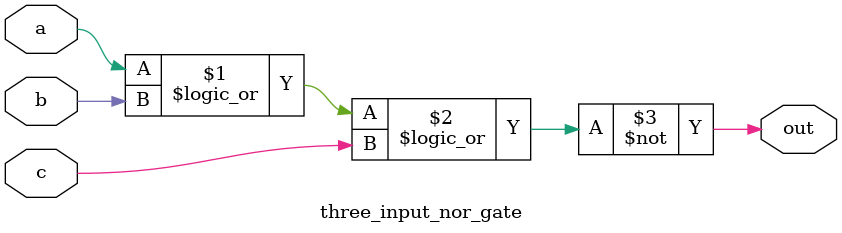
<source format=v>
`timescale 1ns/1ps

module three_input_nor_gate(a, b, c, out);
    input a;
    input b;
    input c;
    output out;
    assign out = ~(a||b||c);
endmodule
</source>
